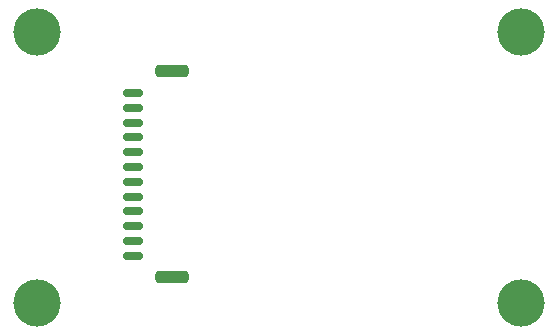
<source format=gbr>
%TF.GenerationSoftware,KiCad,Pcbnew,7.0.7*%
%TF.CreationDate,2023-10-31T21:22:21-06:00*%
%TF.ProjectId,hex-display,6865782d-6469-4737-906c-61792e6b6963,rev?*%
%TF.SameCoordinates,Original*%
%TF.FileFunction,Soldermask,Bot*%
%TF.FilePolarity,Negative*%
%FSLAX46Y46*%
G04 Gerber Fmt 4.6, Leading zero omitted, Abs format (unit mm)*
G04 Created by KiCad (PCBNEW 7.0.7) date 2023-10-31 21:22:21*
%MOMM*%
%LPD*%
G01*
G04 APERTURE LIST*
G04 Aperture macros list*
%AMRoundRect*
0 Rectangle with rounded corners*
0 $1 Rounding radius*
0 $2 $3 $4 $5 $6 $7 $8 $9 X,Y pos of 4 corners*
0 Add a 4 corners polygon primitive as box body*
4,1,4,$2,$3,$4,$5,$6,$7,$8,$9,$2,$3,0*
0 Add four circle primitives for the rounded corners*
1,1,$1+$1,$2,$3*
1,1,$1+$1,$4,$5*
1,1,$1+$1,$6,$7*
1,1,$1+$1,$8,$9*
0 Add four rect primitives between the rounded corners*
20,1,$1+$1,$2,$3,$4,$5,0*
20,1,$1+$1,$4,$5,$6,$7,0*
20,1,$1+$1,$6,$7,$8,$9,0*
20,1,$1+$1,$8,$9,$2,$3,0*%
G04 Aperture macros list end*
%ADD10C,4.000000*%
%ADD11RoundRect,0.150000X0.700000X-0.150000X0.700000X0.150000X-0.700000X0.150000X-0.700000X-0.150000X0*%
%ADD12RoundRect,0.250000X1.150000X-0.250000X1.150000X0.250000X-1.150000X0.250000X-1.150000X-0.250000X0*%
G04 APERTURE END LIST*
D10*
%TO.C,H4*%
X164000000Y-101000000D03*
%TD*%
%TO.C,H2*%
X164000000Y-78000000D03*
%TD*%
%TO.C,H1*%
X123000000Y-78000000D03*
%TD*%
%TO.C,H3*%
X123000000Y-101000000D03*
%TD*%
D11*
%TO.C,J1*%
X131100000Y-96950000D03*
X131100000Y-95700000D03*
X131100000Y-94450000D03*
X131100000Y-93200000D03*
X131100000Y-91950000D03*
X131100000Y-90700000D03*
X131100000Y-89450000D03*
X131100000Y-88200000D03*
X131100000Y-86950000D03*
X131100000Y-85700000D03*
X131100000Y-84450000D03*
X131100000Y-83200000D03*
D12*
X134450000Y-98800000D03*
X134450000Y-81350000D03*
%TD*%
M02*

</source>
